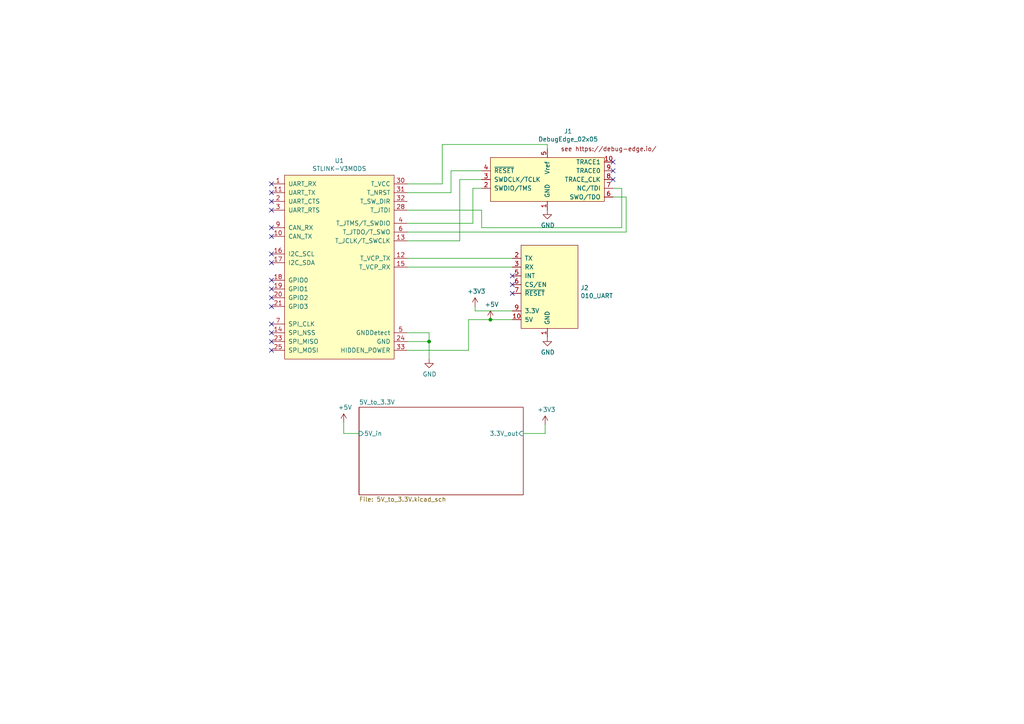
<source format=kicad_sch>
(kicad_sch (version 20211123) (generator eeschema)

  (uuid 13475e15-f37c-4de8-857e-1722b0c39513)

  (paper "A4")

  (lib_symbols
    (symbol "board-rescue:STLINK-V3MODS-modules" (pin_names (offset 1.016)) (in_bom yes) (on_board yes)
      (property "Reference" "U" (id 0) (at 16.51 1.27 0)
        (effects (font (size 1.27 1.27)))
      )
      (property "Value" "board-rescue_STLINK-V3MODS-modules" (id 1) (at 15.24 -54.61 0)
        (effects (font (size 1.27 1.27)))
      )
      (property "Footprint" "modules:stlink-v3mods" (id 2) (at 0 0 0)
        (effects (font (size 1.27 1.27)) hide)
      )
      (property "Datasheet" "" (id 3) (at 0 0 0)
        (effects (font (size 1.27 1.27)) hide)
      )
      (symbol "STLINK-V3MODS-modules_0_1"
        (rectangle (start 0 0) (end 31.75 -53.34)
          (stroke (width 0) (type default) (color 0 0 0 0))
          (fill (type background))
        )
      )
      (symbol "STLINK-V3MODS-modules_1_1"
        (pin input line (at -3.81 -2.54 0) (length 3.81)
          (name "UART_RX" (effects (font (size 1.27 1.27))))
          (number "1" (effects (font (size 1.27 1.27))))
        )
        (pin output line (at -3.81 -17.78 0) (length 3.81)
          (name "CAN_TX" (effects (font (size 1.27 1.27))))
          (number "10" (effects (font (size 1.27 1.27))))
        )
        (pin output line (at -3.81 -5.08 0) (length 3.81)
          (name "UART_TX" (effects (font (size 1.27 1.27))))
          (number "11" (effects (font (size 1.27 1.27))))
        )
        (pin output line (at 35.56 -24.13 180) (length 3.81)
          (name "T_VCP_TX" (effects (font (size 1.27 1.27))))
          (number "12" (effects (font (size 1.27 1.27))))
        )
        (pin output line (at 35.56 -19.05 180) (length 3.81)
          (name "T_JCLK/T_SWCLK" (effects (font (size 1.27 1.27))))
          (number "13" (effects (font (size 1.27 1.27))))
        )
        (pin output line (at -3.81 -45.72 0) (length 3.81)
          (name "SPI_NSS" (effects (font (size 1.27 1.27))))
          (number "14" (effects (font (size 1.27 1.27))))
        )
        (pin input line (at 35.56 -26.67 180) (length 3.81)
          (name "T_VCP_RX" (effects (font (size 1.27 1.27))))
          (number "15" (effects (font (size 1.27 1.27))))
        )
        (pin input line (at -3.81 -22.86 0) (length 3.81)
          (name "I2C_SCL" (effects (font (size 1.27 1.27))))
          (number "16" (effects (font (size 1.27 1.27))))
        )
        (pin input line (at -3.81 -25.4 0) (length 3.81)
          (name "I2C_SDA" (effects (font (size 1.27 1.27))))
          (number "17" (effects (font (size 1.27 1.27))))
        )
        (pin bidirectional line (at -3.81 -30.48 0) (length 3.81)
          (name "GPIO0" (effects (font (size 1.27 1.27))))
          (number "18" (effects (font (size 1.27 1.27))))
        )
        (pin bidirectional line (at -3.81 -33.02 0) (length 3.81)
          (name "GPIO1" (effects (font (size 1.27 1.27))))
          (number "19" (effects (font (size 1.27 1.27))))
        )
        (pin input line (at -3.81 -7.62 0) (length 3.81)
          (name "UART_CTS" (effects (font (size 1.27 1.27))))
          (number "2" (effects (font (size 1.27 1.27))))
        )
        (pin bidirectional line (at -3.81 -35.56 0) (length 3.81)
          (name "GPIO2" (effects (font (size 1.27 1.27))))
          (number "20" (effects (font (size 1.27 1.27))))
        )
        (pin bidirectional line (at -3.81 -38.1 0) (length 3.81)
          (name "GPIO3" (effects (font (size 1.27 1.27))))
          (number "21" (effects (font (size 1.27 1.27))))
        )
        (pin input line (at -3.81 -48.26 0) (length 3.81)
          (name "SPI_MISO" (effects (font (size 1.27 1.27))))
          (number "23" (effects (font (size 1.27 1.27))))
        )
        (pin power_in line (at 35.56 -48.26 180) (length 3.81)
          (name "GND" (effects (font (size 1.27 1.27))))
          (number "24" (effects (font (size 1.27 1.27))))
        )
        (pin output line (at -3.81 -50.8 0) (length 3.81)
          (name "SPI_MOSI" (effects (font (size 1.27 1.27))))
          (number "25" (effects (font (size 1.27 1.27))))
        )
        (pin passive line (at 35.56 -48.26 180) (length 3.81) hide
          (name "GND" (effects (font (size 1.27 1.27))))
          (number "26" (effects (font (size 1.27 1.27))))
        )
        (pin passive line (at 35.56 -48.26 180) (length 3.81) hide
          (name "GND" (effects (font (size 1.27 1.27))))
          (number "27" (effects (font (size 1.27 1.27))))
        )
        (pin output line (at 35.56 -10.16 180) (length 3.81)
          (name "T_JTDI" (effects (font (size 1.27 1.27))))
          (number "28" (effects (font (size 1.27 1.27))))
        )
        (pin passive line (at 35.56 -48.26 180) (length 3.81) hide
          (name "GND" (effects (font (size 1.27 1.27))))
          (number "29" (effects (font (size 1.27 1.27))))
        )
        (pin input line (at -3.81 -10.16 0) (length 3.81)
          (name "UART_RTS" (effects (font (size 1.27 1.27))))
          (number "3" (effects (font (size 1.27 1.27))))
        )
        (pin input line (at 35.56 -2.54 180) (length 3.81)
          (name "T_VCC" (effects (font (size 1.27 1.27))))
          (number "30" (effects (font (size 1.27 1.27))))
        )
        (pin output line (at 35.56 -5.08 180) (length 3.81)
          (name "T_NRST" (effects (font (size 1.27 1.27))))
          (number "31" (effects (font (size 1.27 1.27))))
        )
        (pin output line (at 35.56 -7.62 180) (length 3.81)
          (name "T_SW_DIR" (effects (font (size 1.27 1.27))))
          (number "32" (effects (font (size 1.27 1.27))))
        )
        (pin power_out line (at 35.56 -50.8 180) (length 3.81)
          (name "HIDDEN_POWER" (effects (font (size 1.27 1.27))))
          (number "33" (effects (font (size 1.27 1.27))))
        )
        (pin bidirectional line (at 35.56 -13.97 180) (length 3.81)
          (name "T_JTMS/T_SWDIO" (effects (font (size 1.27 1.27))))
          (number "4" (effects (font (size 1.27 1.27))))
        )
        (pin input line (at 35.56 -45.72 180) (length 3.81)
          (name "GNDDetect" (effects (font (size 1.27 1.27))))
          (number "5" (effects (font (size 1.27 1.27))))
        )
        (pin input line (at 35.56 -16.51 180) (length 3.81)
          (name "T_JTDO/T_SWO" (effects (font (size 1.27 1.27))))
          (number "6" (effects (font (size 1.27 1.27))))
        )
        (pin output line (at -3.81 -43.18 0) (length 3.81)
          (name "SPI_CLK" (effects (font (size 1.27 1.27))))
          (number "7" (effects (font (size 1.27 1.27))))
        )
        (pin passive line (at 35.56 -48.26 180) (length 3.81) hide
          (name "GND" (effects (font (size 1.27 1.27))))
          (number "8" (effects (font (size 1.27 1.27))))
        )
        (pin input line (at -3.81 -15.24 0) (length 3.81)
          (name "CAN_RX" (effects (font (size 1.27 1.27))))
          (number "9" (effects (font (size 1.27 1.27))))
        )
      )
    )
    (symbol "power:+3.3V" (power) (pin_names (offset 0)) (in_bom yes) (on_board yes)
      (property "Reference" "#PWR" (id 0) (at 0 -3.81 0)
        (effects (font (size 1.27 1.27)) hide)
      )
      (property "Value" "+3.3V" (id 1) (at 0 3.556 0)
        (effects (font (size 1.27 1.27)))
      )
      (property "Footprint" "" (id 2) (at 0 0 0)
        (effects (font (size 1.27 1.27)) hide)
      )
      (property "Datasheet" "" (id 3) (at 0 0 0)
        (effects (font (size 1.27 1.27)) hide)
      )
      (property "ki_keywords" "power-flag" (id 4) (at 0 0 0)
        (effects (font (size 1.27 1.27)) hide)
      )
      (property "ki_description" "Power symbol creates a global label with name \"+3.3V\"" (id 5) (at 0 0 0)
        (effects (font (size 1.27 1.27)) hide)
      )
      (symbol "+3.3V_0_1"
        (polyline
          (pts
            (xy -0.762 1.27)
            (xy 0 2.54)
          )
          (stroke (width 0) (type default) (color 0 0 0 0))
          (fill (type none))
        )
        (polyline
          (pts
            (xy 0 0)
            (xy 0 2.54)
          )
          (stroke (width 0) (type default) (color 0 0 0 0))
          (fill (type none))
        )
        (polyline
          (pts
            (xy 0 2.54)
            (xy 0.762 1.27)
          )
          (stroke (width 0) (type default) (color 0 0 0 0))
          (fill (type none))
        )
      )
      (symbol "+3.3V_1_1"
        (pin power_in line (at 0 0 90) (length 0) hide
          (name "+3V3" (effects (font (size 1.27 1.27))))
          (number "1" (effects (font (size 1.27 1.27))))
        )
      )
    )
    (symbol "power:+5V" (power) (pin_names (offset 0)) (in_bom yes) (on_board yes)
      (property "Reference" "#PWR" (id 0) (at 0 -3.81 0)
        (effects (font (size 1.27 1.27)) hide)
      )
      (property "Value" "+5V" (id 1) (at 0 3.556 0)
        (effects (font (size 1.27 1.27)))
      )
      (property "Footprint" "" (id 2) (at 0 0 0)
        (effects (font (size 1.27 1.27)) hide)
      )
      (property "Datasheet" "" (id 3) (at 0 0 0)
        (effects (font (size 1.27 1.27)) hide)
      )
      (property "ki_keywords" "power-flag" (id 4) (at 0 0 0)
        (effects (font (size 1.27 1.27)) hide)
      )
      (property "ki_description" "Power symbol creates a global label with name \"+5V\"" (id 5) (at 0 0 0)
        (effects (font (size 1.27 1.27)) hide)
      )
      (symbol "+5V_0_1"
        (polyline
          (pts
            (xy -0.762 1.27)
            (xy 0 2.54)
          )
          (stroke (width 0) (type default) (color 0 0 0 0))
          (fill (type none))
        )
        (polyline
          (pts
            (xy 0 0)
            (xy 0 2.54)
          )
          (stroke (width 0) (type default) (color 0 0 0 0))
          (fill (type none))
        )
        (polyline
          (pts
            (xy 0 2.54)
            (xy 0.762 1.27)
          )
          (stroke (width 0) (type default) (color 0 0 0 0))
          (fill (type none))
        )
      )
      (symbol "+5V_1_1"
        (pin power_in line (at 0 0 90) (length 0) hide
          (name "+5V" (effects (font (size 1.27 1.27))))
          (number "1" (effects (font (size 1.27 1.27))))
        )
      )
    )
    (symbol "power:GND" (power) (pin_names (offset 0)) (in_bom yes) (on_board yes)
      (property "Reference" "#PWR" (id 0) (at 0 -6.35 0)
        (effects (font (size 1.27 1.27)) hide)
      )
      (property "Value" "GND" (id 1) (at 0 -3.81 0)
        (effects (font (size 1.27 1.27)))
      )
      (property "Footprint" "" (id 2) (at 0 0 0)
        (effects (font (size 1.27 1.27)) hide)
      )
      (property "Datasheet" "" (id 3) (at 0 0 0)
        (effects (font (size 1.27 1.27)) hide)
      )
      (property "ki_keywords" "power-flag" (id 4) (at 0 0 0)
        (effects (font (size 1.27 1.27)) hide)
      )
      (property "ki_description" "Power symbol creates a global label with name \"GND\" , ground" (id 5) (at 0 0 0)
        (effects (font (size 1.27 1.27)) hide)
      )
      (symbol "GND_0_1"
        (polyline
          (pts
            (xy 0 0)
            (xy 0 -1.27)
            (xy 1.27 -1.27)
            (xy 0 -2.54)
            (xy -1.27 -1.27)
            (xy 0 -1.27)
          )
          (stroke (width 0) (type default) (color 0 0 0 0))
          (fill (type none))
        )
      )
      (symbol "GND_1_1"
        (pin power_in line (at 0 0 270) (length 0) hide
          (name "GND" (effects (font (size 1.27 1.27))))
          (number "1" (effects (font (size 1.27 1.27))))
        )
      )
    )
    (symbol "put_on_edge:010_UART" (pin_names (offset 1.016)) (in_bom yes) (on_board yes)
      (property "Reference" "J" (id 0) (at -2.54 13.97 0)
        (effects (font (size 1.27 1.27)))
      )
      (property "Value" "put_on_edge_010_UART" (id 1) (at 8.89 13.97 0)
        (effects (font (size 1.27 1.27)))
      )
      (property "Footprint" "" (id 2) (at 7.62 16.51 0)
        (effects (font (size 1.27 1.27)) hide)
      )
      (property "Datasheet" "" (id 3) (at 7.62 16.51 0)
        (effects (font (size 1.27 1.27)) hide)
      )
      (symbol "010_UART_0_1"
        (rectangle (start -8.89 12.7) (end 7.62 -11.43)
          (stroke (width 0) (type default) (color 0 0 0 0))
          (fill (type background))
        )
      )
      (symbol "010_UART_1_1"
        (pin power_in line (at -1.27 -13.97 90) (length 2.54)
          (name "GND" (effects (font (size 1.27 1.27))))
          (number "1" (effects (font (size 1.27 1.27))))
        )
        (pin power_in line (at -11.43 -8.89 0) (length 2.54)
          (name "5V" (effects (font (size 1.27 1.27))))
          (number "10" (effects (font (size 1.27 1.27))))
        )
        (pin bidirectional line (at -11.43 8.89 0) (length 2.54)
          (name "TX" (effects (font (size 1.27 1.27))))
          (number "2" (effects (font (size 1.27 1.27))))
        )
        (pin bidirectional line (at -11.43 6.35 0) (length 2.54)
          (name "RX" (effects (font (size 1.27 1.27))))
          (number "3" (effects (font (size 1.27 1.27))))
        )
        (pin bidirectional line (at -11.43 3.81 0) (length 2.54)
          (name "INT" (effects (font (size 1.27 1.27))))
          (number "5" (effects (font (size 1.27 1.27))))
        )
        (pin bidirectional line (at -11.43 1.27 0) (length 2.54)
          (name "CS/EN" (effects (font (size 1.27 1.27))))
          (number "6" (effects (font (size 1.27 1.27))))
        )
        (pin bidirectional line (at -11.43 -1.27 0) (length 2.54)
          (name "~{RESET}" (effects (font (size 1.27 1.27))))
          (number "7" (effects (font (size 1.27 1.27))))
        )
        (pin power_in line (at -11.43 -6.35 0) (length 2.54)
          (name "3.3V" (effects (font (size 1.27 1.27))))
          (number "9" (effects (font (size 1.27 1.27))))
        )
      )
    )
    (symbol "put_on_edge:DebugEdge_02x05" (pin_names (offset 1.016)) (in_bom yes) (on_board yes)
      (property "Reference" "J" (id 0) (at -10.16 7.62 0)
        (effects (font (size 1.27 1.27)))
      )
      (property "Value" "put_on_edge_DebugEdge_02x05" (id 1) (at 11.43 7.62 0)
        (effects (font (size 1.27 1.27)))
      )
      (property "Footprint" "" (id 2) (at 0 10.16 0)
        (effects (font (size 1.27 1.27)) hide)
      )
      (property "Datasheet" "" (id 3) (at 0 10.16 0)
        (effects (font (size 1.27 1.27)) hide)
      )
      (symbol "DebugEdge_02x05_0_0"
        (text "see https://debug-edge.io/" (at 17.78 -8.89 0)
          (effects (font (size 1.27 1.27)))
        )
      )
      (symbol "DebugEdge_02x05_0_1"
        (rectangle (start -16.51 6.35) (end 16.51 -6.35)
          (stroke (width 0) (type default) (color 0 0 0 0))
          (fill (type background))
        )
      )
      (symbol "DebugEdge_02x05_1_1"
        (pin power_in line (at 0 8.89 270) (length 2.54)
          (name "GND" (effects (font (size 1.27 1.27))))
          (number "1" (effects (font (size 1.27 1.27))))
        )
        (pin bidirectional line (at 19.05 -5.08 180) (length 2.54)
          (name "TRACE1" (effects (font (size 1.27 1.27))))
          (number "10" (effects (font (size 1.27 1.27))))
        )
        (pin bidirectional line (at -19.05 2.54 0) (length 2.54)
          (name "SWDIO/TMS" (effects (font (size 1.27 1.27))))
          (number "2" (effects (font (size 1.27 1.27))))
        )
        (pin bidirectional line (at -19.05 0 0) (length 2.54)
          (name "SWDCLK/TCLK" (effects (font (size 1.27 1.27))))
          (number "3" (effects (font (size 1.27 1.27))))
        )
        (pin bidirectional line (at -19.05 -2.54 0) (length 2.54)
          (name "~{RESET}" (effects (font (size 1.27 1.27))))
          (number "4" (effects (font (size 1.27 1.27))))
        )
        (pin power_in line (at 0 -8.89 90) (length 2.54)
          (name "Vref" (effects (font (size 1.27 1.27))))
          (number "5" (effects (font (size 1.27 1.27))))
        )
        (pin bidirectional line (at 19.05 5.08 180) (length 2.54)
          (name "SWO/TDO" (effects (font (size 1.27 1.27))))
          (number "6" (effects (font (size 1.27 1.27))))
        )
        (pin bidirectional line (at 19.05 2.54 180) (length 2.54)
          (name "NC/TDI" (effects (font (size 1.27 1.27))))
          (number "7" (effects (font (size 1.27 1.27))))
        )
        (pin bidirectional line (at 19.05 0 180) (length 2.54)
          (name "TRACE_CLK" (effects (font (size 1.27 1.27))))
          (number "8" (effects (font (size 1.27 1.27))))
        )
        (pin bidirectional line (at 19.05 -2.54 180) (length 2.54)
          (name "TRACE0" (effects (font (size 1.27 1.27))))
          (number "9" (effects (font (size 1.27 1.27))))
        )
      )
    )
  )

  (junction (at 142.24 92.71) (diameter 0) (color 0 0 0 0)
    (uuid 94a873dc-af67-4ef9-8159-1f7c93eeb3d7)
  )
  (junction (at 124.46 99.06) (diameter 0) (color 0 0 0 0)
    (uuid f71da641-16e6-4257-80c3-0b9d804fee4f)
  )

  (no_connect (at 78.74 68.58) (uuid 0a3cc030-c9dd-4d74-9d50-715ed2b361a2))
  (no_connect (at 78.74 53.34) (uuid 0d0bb7b2-a6e5-46d2-9492-a1aa6e5a7b2f))
  (no_connect (at 78.74 99.06) (uuid 13abf99d-5265-4779-8973-e94370fd18ff))
  (no_connect (at 78.74 60.96) (uuid 15875808-74d5-4210-b8ca-aa8fbc04ae21))
  (no_connect (at 78.74 83.82) (uuid 1860e030-7a36-4298-b7fc-a16d48ab15ba))
  (no_connect (at 78.74 93.98) (uuid 32667662-ae86-4904-b198-3e95f11851bf))
  (no_connect (at 78.74 86.36) (uuid 3dcc657b-55a1-48e0-9667-e01e7b6b08b5))
  (no_connect (at 177.8 49.53) (uuid 47baf4b1-0938-497d-88f9-671136aa8be7))
  (no_connect (at 78.74 88.9) (uuid 67f6e996-3c99-493c-8f6f-e739e2ed5d7a))
  (no_connect (at 177.8 52.07) (uuid 77ed3941-d133-4aef-a9af-5a39322d14eb))
  (no_connect (at 78.74 58.42) (uuid 81bbc3ff-3938-49ac-8297-ce2bcc9a42bd))
  (no_connect (at 78.74 73.66) (uuid 8322f275-268c-4e87-a69f-4cfbf05e747f))
  (no_connect (at 148.59 80.01) (uuid 983c426c-24e0-4c65-ab69-1f1824adc5c6))
  (no_connect (at 78.74 96.52) (uuid a05d7640-f2f6-4ba7-8c51-5a4af431fc13))
  (no_connect (at 78.74 101.6) (uuid a7520ad3-0f8b-4788-92d4-8ffb277041e6))
  (no_connect (at 78.74 55.88) (uuid b1169a2d-8998-4b50-a48d-c520bcc1b8e1))
  (no_connect (at 78.74 76.2) (uuid b6270a28-e0d9-4655-a18a-03dbf007b940))
  (no_connect (at 177.8 46.99) (uuid c022004a-c968-410e-b59e-fbab0e561e9d))
  (no_connect (at 148.59 82.55) (uuid c1d83899-e380-49f9-a87d-8e78bc089ebf))
  (no_connect (at 78.74 66.04) (uuid dd00c2e1-6027-4717-b312-4fab3ee52002))
  (no_connect (at 148.59 85.09) (uuid e9bb29b2-2bb9-4ea2-acd9-2bb3ca677a12))
  (no_connect (at 78.74 81.28) (uuid f3490fa5-5a27-423b-af60-53609669542c))

  (wire (pts (xy 99.695 125.73) (xy 104.14 125.73))
    (stroke (width 0) (type default) (color 0 0 0 0))
    (uuid 0b21a65d-d20b-411e-920a-75c343ac5136)
  )
  (wire (pts (xy 118.11 67.31) (xy 181.61 67.31))
    (stroke (width 0) (type default) (color 0 0 0 0))
    (uuid 10109f84-4940-47f8-8640-91f185ac9bc1)
  )
  (wire (pts (xy 118.11 96.52) (xy 124.46 96.52))
    (stroke (width 0) (type default) (color 0 0 0 0))
    (uuid 127679a9-3981-4934-815e-896a4e3ff56e)
  )
  (wire (pts (xy 137.795 88.9) (xy 137.795 90.17))
    (stroke (width 0) (type default) (color 0 0 0 0))
    (uuid 1bf544e3-5940-4576-9291-2464e95c0ee2)
  )
  (wire (pts (xy 137.795 90.17) (xy 148.59 90.17))
    (stroke (width 0) (type default) (color 0 0 0 0))
    (uuid 3aaee4c4-dbf7-49a5-a620-9465d8cc3ae7)
  )
  (wire (pts (xy 130.81 55.88) (xy 130.81 49.53))
    (stroke (width 0) (type default) (color 0 0 0 0))
    (uuid 3f5fe6b7-98fc-4d3e-9567-f9f7202d1455)
  )
  (wire (pts (xy 180.34 66.04) (xy 180.34 54.61))
    (stroke (width 0) (type default) (color 0 0 0 0))
    (uuid 44d8279a-9cd1-4db6-856f-0363131605fc)
  )
  (wire (pts (xy 124.46 96.52) (xy 124.46 99.06))
    (stroke (width 0) (type default) (color 0 0 0 0))
    (uuid 48ab88d7-7084-4d02-b109-3ad55a30bb11)
  )
  (wire (pts (xy 142.24 92.71) (xy 148.59 92.71))
    (stroke (width 0) (type default) (color 0 0 0 0))
    (uuid 4c8eb964-bdf4-44de-90e9-e2ab82dd5313)
  )
  (wire (pts (xy 139.7 60.96) (xy 139.7 66.04))
    (stroke (width 0) (type default) (color 0 0 0 0))
    (uuid 4fb02e58-160a-4a39-9f22-d0c75e82ee72)
  )
  (wire (pts (xy 158.75 41.91) (xy 128.27 41.91))
    (stroke (width 0) (type default) (color 0 0 0 0))
    (uuid 54365317-1355-4216-bb75-829375abc4ec)
  )
  (wire (pts (xy 181.61 67.31) (xy 181.61 57.15))
    (stroke (width 0) (type default) (color 0 0 0 0))
    (uuid 55e740a3-0735-4744-896e-2bf5437093b9)
  )
  (wire (pts (xy 118.11 55.88) (xy 130.81 55.88))
    (stroke (width 0) (type default) (color 0 0 0 0))
    (uuid 5cbb5968-dbb5-4b84-864a-ead1cacf75b9)
  )
  (wire (pts (xy 118.11 101.6) (xy 135.89 101.6))
    (stroke (width 0) (type default) (color 0 0 0 0))
    (uuid 62c076a3-d618-44a2-9042-9a08b3576787)
  )
  (wire (pts (xy 158.115 123.19) (xy 158.115 125.73))
    (stroke (width 0) (type default) (color 0 0 0 0))
    (uuid 666713b0-70f4-42df-8761-f65bc212d03b)
  )
  (wire (pts (xy 133.35 69.85) (xy 133.35 52.07))
    (stroke (width 0) (type default) (color 0 0 0 0))
    (uuid 6a955fc7-39d9-4c75-9a69-676ca8c0b9b2)
  )
  (wire (pts (xy 118.11 77.47) (xy 148.59 77.47))
    (stroke (width 0) (type default) (color 0 0 0 0))
    (uuid 6e105729-aba0-497c-a99e-c32d2b3ddb6d)
  )
  (wire (pts (xy 124.46 99.06) (xy 118.11 99.06))
    (stroke (width 0) (type default) (color 0 0 0 0))
    (uuid 716e31c5-485f-40b5-88e3-a75900da9811)
  )
  (wire (pts (xy 137.16 64.77) (xy 118.11 64.77))
    (stroke (width 0) (type default) (color 0 0 0 0))
    (uuid 71c31975-2c45-4d18-a25a-18e07a55d11e)
  )
  (wire (pts (xy 137.16 54.61) (xy 137.16 64.77))
    (stroke (width 0) (type default) (color 0 0 0 0))
    (uuid 746ba970-8279-4e7b-aed3-f28687777c21)
  )
  (wire (pts (xy 118.11 74.93) (xy 148.59 74.93))
    (stroke (width 0) (type default) (color 0 0 0 0))
    (uuid 78cbdd6c-4878-4cc5-9a58-0e506478e37d)
  )
  (wire (pts (xy 158.115 125.73) (xy 151.765 125.73))
    (stroke (width 0) (type default) (color 0 0 0 0))
    (uuid 7dc880bc-e7eb-4cce-8d8c-0b65a9dd788e)
  )
  (wire (pts (xy 128.27 41.91) (xy 128.27 53.34))
    (stroke (width 0) (type default) (color 0 0 0 0))
    (uuid a3e4f0ae-9f86-49e9-b386-ed8b42e012fb)
  )
  (wire (pts (xy 128.27 53.34) (xy 118.11 53.34))
    (stroke (width 0) (type default) (color 0 0 0 0))
    (uuid a690fc6c-55d9-47e6-b533-faa4b67e20f3)
  )
  (wire (pts (xy 158.75 43.18) (xy 158.75 41.91))
    (stroke (width 0) (type default) (color 0 0 0 0))
    (uuid ac264c30-3e9a-4be2-b97a-9949b68bd497)
  )
  (wire (pts (xy 135.89 92.71) (xy 142.24 92.71))
    (stroke (width 0) (type default) (color 0 0 0 0))
    (uuid afb8e687-4a13-41a1-b8c0-89a749e897fe)
  )
  (wire (pts (xy 124.46 104.14) (xy 124.46 99.06))
    (stroke (width 0) (type default) (color 0 0 0 0))
    (uuid b1086f75-01ba-4188-8d36-75a9e2828ca9)
  )
  (wire (pts (xy 130.81 49.53) (xy 139.7 49.53))
    (stroke (width 0) (type default) (color 0 0 0 0))
    (uuid bb7f0588-d4d8-44bf-9ebf-3c533fe4d6ae)
  )
  (wire (pts (xy 135.89 101.6) (xy 135.89 92.71))
    (stroke (width 0) (type default) (color 0 0 0 0))
    (uuid da469d11-a8a4-414b-9449-d151eeaf4853)
  )
  (wire (pts (xy 139.7 54.61) (xy 137.16 54.61))
    (stroke (width 0) (type default) (color 0 0 0 0))
    (uuid e10b5627-3247-4c86-b9f6-ef474ca11543)
  )
  (wire (pts (xy 118.11 60.96) (xy 139.7 60.96))
    (stroke (width 0) (type default) (color 0 0 0 0))
    (uuid e615f7aa-337e-474d-9615-2ad82b1c44ca)
  )
  (wire (pts (xy 133.35 52.07) (xy 139.7 52.07))
    (stroke (width 0) (type default) (color 0 0 0 0))
    (uuid e8314017-7be6-4011-9179-37449a29b311)
  )
  (wire (pts (xy 180.34 54.61) (xy 177.8 54.61))
    (stroke (width 0) (type default) (color 0 0 0 0))
    (uuid eb667eea-300e-4ca7-8a6f-4b00de80cd45)
  )
  (wire (pts (xy 139.7 66.04) (xy 180.34 66.04))
    (stroke (width 0) (type default) (color 0 0 0 0))
    (uuid ef8fe2ac-6a7f-4682-9418-b801a1b10a3b)
  )
  (wire (pts (xy 118.11 69.85) (xy 133.35 69.85))
    (stroke (width 0) (type default) (color 0 0 0 0))
    (uuid f1830a1b-f0cc-47ae-a2c9-679c82032f14)
  )
  (wire (pts (xy 181.61 57.15) (xy 177.8 57.15))
    (stroke (width 0) (type default) (color 0 0 0 0))
    (uuid f4f99e3d-7269-4f6a-a759-16ad2a258779)
  )
  (wire (pts (xy 99.695 122.555) (xy 99.695 125.73))
    (stroke (width 0) (type default) (color 0 0 0 0))
    (uuid fe8d9267-7834-48d6-a191-c8724b2ee78d)
  )

  (symbol (lib_id "put_on_edge:DebugEdge_02x05") (at 158.75 52.07 0) (mirror x) (unit 1)
    (in_bom yes) (on_board yes)
    (uuid 00000000-0000-0000-0000-000061a6c8b8)
    (property "Reference" "J1" (id 0) (at 164.7698 38.0746 0))
    (property "Value" "DebugEdge_02x05" (id 1) (at 164.7698 40.386 0))
    (property "Footprint" "on_edge:debug_edge_2x05_host" (id 2) (at 158.75 62.23 0)
      (effects (font (size 1.27 1.27)) hide)
    )
    (property "Datasheet" "" (id 3) (at 158.75 62.23 0)
      (effects (font (size 1.27 1.27)) hide)
    )
    (pin "1" (uuid 8fb4ad38-a07a-4bdb-a92f-1465584cc731))
    (pin "10" (uuid 43e908e6-4e8c-4869-9321-75ec63d3be0e))
    (pin "2" (uuid 83e18c93-25ef-4201-b343-4410e4aaae4f))
    (pin "3" (uuid f737783a-6c3c-41aa-b252-8e98c6122d7e))
    (pin "4" (uuid cb0d92b8-7ea7-4de6-a59e-19ead442e71f))
    (pin "5" (uuid 5cfa2476-9809-4d2e-9a59-722a8e1e8d80))
    (pin "6" (uuid c73c4a58-b738-4900-b0c3-becfcadac630))
    (pin "7" (uuid 3dc88b24-4d9c-43bd-9902-20c0e22b2cba))
    (pin "8" (uuid 0e3424c6-01ab-4399-928e-5c701c464000))
    (pin "9" (uuid 8859e117-5390-4bac-a0dd-67636d7118aa))
  )

  (symbol (lib_id "board-rescue:STLINK-V3MODS-modules") (at 82.55 50.8 0) (unit 1)
    (in_bom yes) (on_board yes)
    (uuid 00000000-0000-0000-0000-000061a6cf07)
    (property "Reference" "U1" (id 0) (at 98.425 46.609 0))
    (property "Value" "STLINK-V3MODS" (id 1) (at 98.425 48.9204 0))
    (property "Footprint" "parts:stlink-v3mods" (id 2) (at 82.55 50.8 0)
      (effects (font (size 1.27 1.27)) hide)
    )
    (property "Datasheet" "https://www.st.com/content/ccc/resource/technical/document/user_manual/group1/00/14/17/68/0f/01/48/01/DM00555046/files/DM00555046.pdf/jcr:content/translations/en.DM00555046.pdf" (id 3) (at 82.55 50.8 0)
      (effects (font (size 1.27 1.27)) hide)
    )
    (pin "1" (uuid 60529834-355a-4b3c-8a5c-ef33d406ccba))
    (pin "10" (uuid 842d9324-c5e7-4c8e-a3b6-b16690f44641))
    (pin "11" (uuid 4dc41c15-5c3f-42cd-bcdd-6db7527f69e6))
    (pin "12" (uuid bc1deea4-9009-4f4a-8522-18c17a2e6bbe))
    (pin "13" (uuid 3f922032-efa8-43cf-b708-b4430af162dd))
    (pin "14" (uuid 9de57010-2301-4135-bfe5-758ae0dd931e))
    (pin "15" (uuid 2e240f88-7232-4f87-8615-294a7f7734ae))
    (pin "16" (uuid e7e76484-44a3-434c-a2a2-90d40031dbfa))
    (pin "17" (uuid 8bad04db-360d-4e9a-872f-03ee1c4cde9a))
    (pin "18" (uuid 1926efdb-cd58-4df3-995a-db65dc8c6db0))
    (pin "19" (uuid b4541e28-edfb-4ae8-92fc-65f148df9dbe))
    (pin "2" (uuid 20b37ff7-8a8d-45dc-976b-f1442460ea38))
    (pin "20" (uuid d4151cf4-619d-4ed6-8a14-8af48684c416))
    (pin "21" (uuid 3a42c4c0-4f20-4af8-826e-19c87be27719))
    (pin "23" (uuid ff4ea192-7ce9-4766-82ce-fc034d9c5afa))
    (pin "24" (uuid cdb8586f-6f8c-4c95-bf18-9da16c72026c))
    (pin "25" (uuid 76f9fbd2-e2ab-4305-8433-5c337db7eece))
    (pin "26" (uuid 70597269-8156-4d33-b3ff-cbf5bd4a8de1))
    (pin "27" (uuid 3c38cc10-8821-4846-878f-9469bea5971e))
    (pin "28" (uuid 364e9ac7-daff-4968-93c4-f98c9220e63c))
    (pin "29" (uuid 9f4e2eaf-39cc-43f2-9c58-cc8c56bc59de))
    (pin "3" (uuid 651df8db-b1bc-4582-8099-a051f1be62f0))
    (pin "30" (uuid db583136-6f50-42ac-ae70-ae66b3d5574b))
    (pin "31" (uuid 62ea74d0-f682-45b2-ad54-aba358522bab))
    (pin "32" (uuid 75530a60-8986-4010-bdb3-45577f8845e4))
    (pin "33" (uuid 638ea139-2f82-4d3d-9d14-6bbcc34999f4))
    (pin "4" (uuid 1c11e804-845c-4675-8781-711c610f7457))
    (pin "5" (uuid 460d4342-da1e-4fd0-a971-759c60211659))
    (pin "6" (uuid 51f87210-0d9a-4680-9feb-2d11ce3d701b))
    (pin "7" (uuid b23d3270-e11f-49f2-b036-25ff96772da9))
    (pin "8" (uuid 32493572-0c5a-4807-ba72-6830ea5e8b94))
    (pin "9" (uuid b31e971c-cd6b-47bf-b22b-0c461998685b))
  )

  (symbol (lib_id "put_on_edge:010_UART") (at 160.02 83.82 0) (unit 1)
    (in_bom yes) (on_board yes)
    (uuid 00000000-0000-0000-0000-000061a6fd59)
    (property "Reference" "J2" (id 0) (at 168.3512 83.4898 0)
      (effects (font (size 1.27 1.27)) (justify left))
    )
    (property "Value" "010_UART" (id 1) (at 168.3512 85.8012 0)
      (effects (font (size 1.27 1.27)) (justify left))
    )
    (property "Footprint" "on_edge:on_edge_2x05_host" (id 2) (at 167.64 67.31 0)
      (effects (font (size 1.27 1.27)) hide)
    )
    (property "Datasheet" "" (id 3) (at 167.64 67.31 0)
      (effects (font (size 1.27 1.27)) hide)
    )
    (pin "1" (uuid 19474df5-12fc-40cf-b1ba-06d05efaf5e9))
    (pin "10" (uuid 14b23139-5d6d-484a-97af-2d344b3d68db))
    (pin "2" (uuid ef3979f0-ef0f-44c0-b2f5-060dfbb3061b))
    (pin "3" (uuid 1aba4ed0-6bab-4977-b31b-04038c724964))
    (pin "5" (uuid 9849f215-2808-4f9f-971c-62b7a441a27a))
    (pin "6" (uuid 8f6a97fb-1a4f-4ac5-82ca-9c945decc1d4))
    (pin "7" (uuid d1c9090d-5d52-4676-9fe1-c1a69f35bb10))
    (pin "9" (uuid b3c7c954-3903-4069-b822-3d32f265e18f))
  )

  (symbol (lib_id "power:GND") (at 158.75 97.79 0) (unit 1)
    (in_bom yes) (on_board yes)
    (uuid 00000000-0000-0000-0000-000061a76688)
    (property "Reference" "#PWR0101" (id 0) (at 158.75 104.14 0)
      (effects (font (size 1.27 1.27)) hide)
    )
    (property "Value" "GND" (id 1) (at 158.877 102.1842 0))
    (property "Footprint" "" (id 2) (at 158.75 97.79 0)
      (effects (font (size 1.27 1.27)) hide)
    )
    (property "Datasheet" "" (id 3) (at 158.75 97.79 0)
      (effects (font (size 1.27 1.27)) hide)
    )
    (pin "1" (uuid 3d5b62d6-49aa-432f-a5c6-cbb1891b0055))
  )

  (symbol (lib_id "power:GND") (at 158.75 60.96 0) (unit 1)
    (in_bom yes) (on_board yes)
    (uuid 00000000-0000-0000-0000-000061a76c22)
    (property "Reference" "#PWR0102" (id 0) (at 158.75 67.31 0)
      (effects (font (size 1.27 1.27)) hide)
    )
    (property "Value" "GND" (id 1) (at 158.877 65.3542 0))
    (property "Footprint" "" (id 2) (at 158.75 60.96 0)
      (effects (font (size 1.27 1.27)) hide)
    )
    (property "Datasheet" "" (id 3) (at 158.75 60.96 0)
      (effects (font (size 1.27 1.27)) hide)
    )
    (pin "1" (uuid 85c22c96-8aa9-4729-b651-96556c3913e3))
  )

  (symbol (lib_id "power:GND") (at 124.46 104.14 0) (unit 1)
    (in_bom yes) (on_board yes)
    (uuid 00000000-0000-0000-0000-000061a783db)
    (property "Reference" "#PWR?" (id 0) (at 124.46 110.49 0)
      (effects (font (size 1.27 1.27)) hide)
    )
    (property "Value" "GND" (id 1) (at 124.587 108.5342 0))
    (property "Footprint" "" (id 2) (at 124.46 104.14 0)
      (effects (font (size 1.27 1.27)) hide)
    )
    (property "Datasheet" "" (id 3) (at 124.46 104.14 0)
      (effects (font (size 1.27 1.27)) hide)
    )
    (pin "1" (uuid 70f9e2aa-14cc-42a8-bb96-c1bc089f2150))
  )

  (symbol (lib_id "power:+5V") (at 99.695 122.555 0) (unit 1)
    (in_bom yes) (on_board yes)
    (uuid 00000000-0000-0000-0000-000061b092f6)
    (property "Reference" "#PWR?" (id 0) (at 99.695 126.365 0)
      (effects (font (size 1.27 1.27)) hide)
    )
    (property "Value" "+5V" (id 1) (at 100.076 118.1608 0))
    (property "Footprint" "" (id 2) (at 99.695 122.555 0)
      (effects (font (size 1.27 1.27)) hide)
    )
    (property "Datasheet" "" (id 3) (at 99.695 122.555 0)
      (effects (font (size 1.27 1.27)) hide)
    )
    (pin "1" (uuid acd5cd71-66ca-466a-be28-e6ec117ee4d5))
  )

  (symbol (lib_id "power:+5V") (at 142.24 92.71 0) (unit 1)
    (in_bom yes) (on_board yes)
    (uuid 00000000-0000-0000-0000-000061b09e33)
    (property "Reference" "#PWR?" (id 0) (at 142.24 96.52 0)
      (effects (font (size 1.27 1.27)) hide)
    )
    (property "Value" "+5V" (id 1) (at 142.621 88.3158 0))
    (property "Footprint" "" (id 2) (at 142.24 92.71 0)
      (effects (font (size 1.27 1.27)) hide)
    )
    (property "Datasheet" "" (id 3) (at 142.24 92.71 0)
      (effects (font (size 1.27 1.27)) hide)
    )
    (pin "1" (uuid 8a904893-21f2-428f-b6db-58aea57d35c2))
  )

  (symbol (lib_id "power:+3.3V") (at 158.115 123.19 0) (unit 1)
    (in_bom yes) (on_board yes)
    (uuid 00000000-0000-0000-0000-000061b0a3ee)
    (property "Reference" "#PWR?" (id 0) (at 158.115 127 0)
      (effects (font (size 1.27 1.27)) hide)
    )
    (property "Value" "+3.3V" (id 1) (at 158.496 118.7958 0))
    (property "Footprint" "" (id 2) (at 158.115 123.19 0)
      (effects (font (size 1.27 1.27)) hide)
    )
    (property "Datasheet" "" (id 3) (at 158.115 123.19 0)
      (effects (font (size 1.27 1.27)) hide)
    )
    (pin "1" (uuid 4c5443ba-edf6-4444-a9bc-07e9a30e9286))
  )

  (symbol (lib_id "power:+3.3V") (at 137.795 88.9 0) (unit 1)
    (in_bom yes) (on_board yes)
    (uuid 00000000-0000-0000-0000-000061b0b1b9)
    (property "Reference" "#PWR?" (id 0) (at 137.795 92.71 0)
      (effects (font (size 1.27 1.27)) hide)
    )
    (property "Value" "+3.3V" (id 1) (at 138.176 84.5058 0))
    (property "Footprint" "" (id 2) (at 137.795 88.9 0)
      (effects (font (size 1.27 1.27)) hide)
    )
    (property "Datasheet" "" (id 3) (at 137.795 88.9 0)
      (effects (font (size 1.27 1.27)) hide)
    )
    (pin "1" (uuid 6e0a09bd-4465-4bb4-adf0-d2b77978e48f))
  )

  (sheet (at 104.14 118.11) (size 47.625 25.4) (fields_autoplaced)
    (stroke (width 0) (type solid) (color 0 0 0 0))
    (fill (color 0 0 0 0.0000))
    (uuid 00000000-0000-0000-0000-000061b08197)
    (property "Sheet name" "5V_to_3.3V" (id 0) (at 104.14 117.3984 0)
      (effects (font (size 1.27 1.27)) (justify left bottom))
    )
    (property "Sheet file" "5V_to_3.3V.kicad_sch" (id 1) (at 104.14 144.0946 0)
      (effects (font (size 1.27 1.27)) (justify left top))
    )
    (pin "5V_in" input (at 104.14 125.73 180)
      (effects (font (size 1.27 1.27)) (justify left))
      (uuid 0eaa98f0-9565-4637-ace3-42a5231b07f7)
    )
    (pin "3.3V_out" input (at 151.765 125.73 0)
      (effects (font (size 1.27 1.27)) (justify right))
      (uuid 181abe7a-f941-42b6-bd46-aaa3131f90fb)
    )
  )

  (sheet_instances
    (path "/" (page "1"))
    (path "/00000000-0000-0000-0000-000061b08197" (page "2"))
  )

  (symbol_instances
    (path "/00000000-0000-0000-0000-000061b08197/00000000-0000-0000-0000-000060bc8866"
      (reference "#PWR0101") (unit 1) (value "GND") (footprint "")
    )
    (path "/00000000-0000-0000-0000-000061a76688"
      (reference "#PWR0101") (unit 1) (value "GND") (footprint "")
    )
    (path "/00000000-0000-0000-0000-000061b08197/00000000-0000-0000-0000-000060bc91d5"
      (reference "#PWR0102") (unit 1) (value "GND") (footprint "")
    )
    (path "/00000000-0000-0000-0000-000061a76c22"
      (reference "#PWR0102") (unit 1) (value "GND") (footprint "")
    )
    (path "/00000000-0000-0000-0000-000061b08197/00000000-0000-0000-0000-000060bca536"
      (reference "#PWR0103") (unit 1) (value "GND") (footprint "")
    )
    (path "/00000000-0000-0000-0000-000061b08197/00000000-0000-0000-0000-000060bcbad2"
      (reference "#PWR0104") (unit 1) (value "GND") (footprint "")
    )
    (path "/00000000-0000-0000-0000-000061b08197/00000000-0000-0000-0000-000060bcd998"
      (reference "#PWR0105") (unit 1) (value "GND") (footprint "")
    )
    (path "/00000000-0000-0000-0000-000061a783db"
      (reference "#PWR?") (unit 1) (value "GND") (footprint "")
    )
    (path "/00000000-0000-0000-0000-000061b092f6"
      (reference "#PWR?") (unit 1) (value "+5V") (footprint "")
    )
    (path "/00000000-0000-0000-0000-000061b09e33"
      (reference "#PWR?") (unit 1) (value "+5V") (footprint "")
    )
    (path "/00000000-0000-0000-0000-000061b0a3ee"
      (reference "#PWR?") (unit 1) (value "+3.3V") (footprint "")
    )
    (path "/00000000-0000-0000-0000-000061b0b1b9"
      (reference "#PWR?") (unit 1) (value "+3.3V") (footprint "")
    )
    (path "/00000000-0000-0000-0000-000061b08197/00000000-0000-0000-0000-000060bcbacc"
      (reference "C1") (unit 1) (value "100nF") (footprint "Capacitor_SMD:C_0603_1608Metric")
    )
    (path "/00000000-0000-0000-0000-000061b08197/00000000-0000-0000-0000-000060bc7848"
      (reference "C2") (unit 1) (value "1uF") (footprint "Capacitor_SMD:C_0603_1608Metric")
    )
    (path "/00000000-0000-0000-0000-000061b08197/00000000-0000-0000-0000-000060bc7e7f"
      (reference "C3") (unit 1) (value "10uF") (footprint "Capacitor_SMD:C_0603_1608Metric")
    )
    (path "/00000000-0000-0000-0000-000061b08197/00000000-0000-0000-0000-000060bcd992"
      (reference "C5") (unit 1) (value "1uF") (footprint "Capacitor_SMD:C_0603_1608Metric")
    )
    (path "/00000000-0000-0000-0000-000061a6c8b8"
      (reference "J1") (unit 1) (value "DebugEdge_02x05") (footprint "on_edge:debug_edge_2x05_host")
    )
    (path "/00000000-0000-0000-0000-000061a6fd59"
      (reference "J2") (unit 1) (value "010_UART") (footprint "on_edge:on_edge_2x05_host")
    )
    (path "/00000000-0000-0000-0000-000061b08197/00000000-0000-0000-0000-000060bc600f"
      (reference "U1") (unit 1) (value "TC1017-xCT") (footprint "Package_TO_SOT_SMD:SOT-23-5")
    )
    (path "/00000000-0000-0000-0000-000061a6cf07"
      (reference "U1") (unit 1) (value "STLINK-V3MODS") (footprint "parts:stlink-v3mods")
    )
  )
)

</source>
